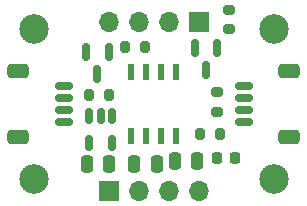
<source format=gts>
%TF.GenerationSoftware,KiCad,Pcbnew,(6.0.10)*%
%TF.CreationDate,2023-01-14T14:38:52-05:00*%
%TF.ProjectId,AS5600-Breakout,41533536-3030-42d4-9272-65616b6f7574,rev?*%
%TF.SameCoordinates,Original*%
%TF.FileFunction,Soldermask,Top*%
%TF.FilePolarity,Negative*%
%FSLAX46Y46*%
G04 Gerber Fmt 4.6, Leading zero omitted, Abs format (unit mm)*
G04 Created by KiCad (PCBNEW (6.0.10)) date 2023-01-14 14:38:52*
%MOMM*%
%LPD*%
G01*
G04 APERTURE LIST*
G04 Aperture macros list*
%AMRoundRect*
0 Rectangle with rounded corners*
0 $1 Rounding radius*
0 $2 $3 $4 $5 $6 $7 $8 $9 X,Y pos of 4 corners*
0 Add a 4 corners polygon primitive as box body*
4,1,4,$2,$3,$4,$5,$6,$7,$8,$9,$2,$3,0*
0 Add four circle primitives for the rounded corners*
1,1,$1+$1,$2,$3*
1,1,$1+$1,$4,$5*
1,1,$1+$1,$6,$7*
1,1,$1+$1,$8,$9*
0 Add four rect primitives between the rounded corners*
20,1,$1+$1,$2,$3,$4,$5,0*
20,1,$1+$1,$4,$5,$6,$7,0*
20,1,$1+$1,$6,$7,$8,$9,0*
20,1,$1+$1,$8,$9,$2,$3,0*%
G04 Aperture macros list end*
%ADD10RoundRect,0.250000X-0.250000X-0.475000X0.250000X-0.475000X0.250000X0.475000X-0.250000X0.475000X0*%
%ADD11RoundRect,0.218750X0.218750X0.256250X-0.218750X0.256250X-0.218750X-0.256250X0.218750X-0.256250X0*%
%ADD12R,0.600000X1.400000*%
%ADD13C,2.500000*%
%ADD14RoundRect,0.150000X-0.625000X0.150000X-0.625000X-0.150000X0.625000X-0.150000X0.625000X0.150000X0*%
%ADD15RoundRect,0.250000X-0.650000X0.350000X-0.650000X-0.350000X0.650000X-0.350000X0.650000X0.350000X0*%
%ADD16RoundRect,0.200000X0.275000X-0.200000X0.275000X0.200000X-0.275000X0.200000X-0.275000X-0.200000X0*%
%ADD17RoundRect,0.150000X0.625000X-0.150000X0.625000X0.150000X-0.625000X0.150000X-0.625000X-0.150000X0*%
%ADD18RoundRect,0.250000X0.650000X-0.350000X0.650000X0.350000X-0.650000X0.350000X-0.650000X-0.350000X0*%
%ADD19RoundRect,0.250000X0.250000X0.475000X-0.250000X0.475000X-0.250000X-0.475000X0.250000X-0.475000X0*%
%ADD20R,1.700000X1.700000*%
%ADD21O,1.700000X1.700000*%
%ADD22RoundRect,0.200000X-0.200000X-0.275000X0.200000X-0.275000X0.200000X0.275000X-0.200000X0.275000X0*%
%ADD23RoundRect,0.150000X-0.150000X0.587500X-0.150000X-0.587500X0.150000X-0.587500X0.150000X0.587500X0*%
%ADD24RoundRect,0.150000X-0.150000X0.512500X-0.150000X-0.512500X0.150000X-0.512500X0.150000X0.512500X0*%
G04 APERTURE END LIST*
D10*
%TO.C,C3*%
X126238000Y-89916000D03*
X128138000Y-89916000D03*
%TD*%
D11*
%TO.C,D1*%
X131369000Y-89662000D03*
X129794000Y-89662000D03*
%TD*%
D12*
%TO.C,U2*%
X122555000Y-87790000D03*
X123825000Y-87790000D03*
X125095000Y-87790000D03*
X126365000Y-87790000D03*
X126365000Y-82390000D03*
X125095000Y-82390000D03*
X123825000Y-82390000D03*
X122555000Y-82390000D03*
%TD*%
D13*
%TO.C,H4*%
X114300000Y-91440000D03*
%TD*%
%TO.C,H3*%
X114300000Y-78740000D03*
%TD*%
D14*
%TO.C,J4*%
X116840000Y-83590000D03*
X116840000Y-84590000D03*
X116840000Y-85590000D03*
X116840000Y-86590000D03*
D15*
X112965000Y-82290000D03*
X112965000Y-87890000D03*
%TD*%
D16*
%TO.C,R2*%
X129840000Y-85724000D03*
X129840000Y-84074000D03*
%TD*%
D17*
%TO.C,J3*%
X132080000Y-86590000D03*
X132080000Y-85590000D03*
X132080000Y-84590000D03*
X132080000Y-83590000D03*
D18*
X135955000Y-82290000D03*
X135955000Y-87890000D03*
%TD*%
D13*
%TO.C,H2*%
X134620000Y-78740000D03*
%TD*%
D10*
%TO.C,C2*%
X122814000Y-90170000D03*
X124714000Y-90170000D03*
%TD*%
D19*
%TO.C,C1*%
X120696000Y-90170000D03*
X118796000Y-90170000D03*
%TD*%
D20*
%TO.C,J2*%
X128270000Y-78105000D03*
D21*
X125730000Y-78105000D03*
X123190000Y-78105000D03*
X120650000Y-78105000D03*
%TD*%
D22*
%TO.C,R1*%
X128398000Y-87630000D03*
X130048000Y-87630000D03*
%TD*%
D23*
%TO.C,Q2*%
X129855000Y-80342500D03*
X127955000Y-80342500D03*
X128905000Y-82217500D03*
%TD*%
D13*
%TO.C,H1*%
X134620000Y-91440000D03*
%TD*%
D22*
%TO.C,R5*%
X122048000Y-80264000D03*
X123698000Y-80264000D03*
%TD*%
%TO.C,R3*%
X118997000Y-84328000D03*
X120647000Y-84328000D03*
%TD*%
D24*
%TO.C,U1*%
X120904000Y-86117000D03*
X119954000Y-86117000D03*
X119004000Y-86117000D03*
X119004000Y-88392000D03*
X120904000Y-88392000D03*
%TD*%
D16*
%TO.C,R4*%
X130810000Y-78740000D03*
X130810000Y-77090000D03*
%TD*%
D23*
%TO.C,Q1*%
X120645000Y-80645000D03*
X118745000Y-80645000D03*
X119695000Y-82520000D03*
%TD*%
D20*
%TO.C,J1*%
X120650000Y-92456000D03*
D21*
X123190000Y-92456000D03*
X125730000Y-92456000D03*
X128270000Y-92456000D03*
%TD*%
M02*

</source>
